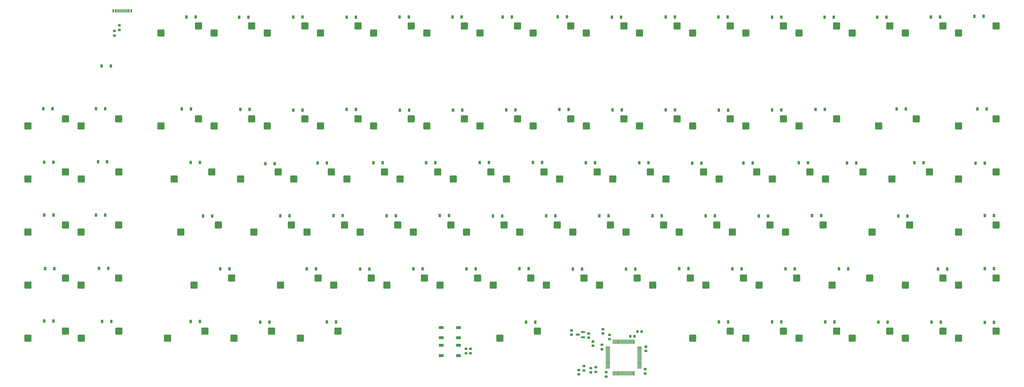
<source format=gbr>
%TF.GenerationSoftware,KiCad,Pcbnew,(6.0.11)*%
%TF.CreationDate,2023-03-27T15:54:23+07:00*%
%TF.ProjectId,Extero75,45787465-726f-4373-952e-6b696361645f,rev?*%
%TF.SameCoordinates,PX28c3da5PYc3ffc7f*%
%TF.FileFunction,Paste,Bot*%
%TF.FilePolarity,Positive*%
%FSLAX46Y46*%
G04 Gerber Fmt 4.6, Leading zero omitted, Abs format (unit mm)*
G04 Created by KiCad (PCBNEW (6.0.11)) date 2023-03-27 15:54:23*
%MOMM*%
%LPD*%
G01*
G04 APERTURE LIST*
G04 Aperture macros list*
%AMRoundRect*
0 Rectangle with rounded corners*
0 $1 Rounding radius*
0 $2 $3 $4 $5 $6 $7 $8 $9 X,Y pos of 4 corners*
0 Add a 4 corners polygon primitive as box body*
4,1,4,$2,$3,$4,$5,$6,$7,$8,$9,$2,$3,0*
0 Add four circle primitives for the rounded corners*
1,1,$1+$1,$2,$3*
1,1,$1+$1,$4,$5*
1,1,$1+$1,$6,$7*
1,1,$1+$1,$8,$9*
0 Add four rect primitives between the rounded corners*
20,1,$1+$1,$2,$3,$4,$5,0*
20,1,$1+$1,$4,$5,$6,$7,0*
20,1,$1+$1,$6,$7,$8,$9,0*
20,1,$1+$1,$8,$9,$2,$3,0*%
G04 Aperture macros list end*
%ADD10RoundRect,0.250000X1.025000X1.000000X-1.025000X1.000000X-1.025000X-1.000000X1.025000X-1.000000X0*%
%ADD11R,0.900000X1.200000*%
%ADD12RoundRect,0.225000X-0.250000X0.225000X-0.250000X-0.225000X0.250000X-0.225000X0.250000X0.225000X0*%
%ADD13RoundRect,0.225000X0.250000X-0.225000X0.250000X0.225000X-0.250000X0.225000X-0.250000X-0.225000X0*%
%ADD14RoundRect,0.200000X-0.275000X0.200000X-0.275000X-0.200000X0.275000X-0.200000X0.275000X0.200000X0*%
%ADD15R,0.600000X1.150000*%
%ADD16R,0.300000X1.150000*%
%ADD17RoundRect,0.225000X0.225000X0.250000X-0.225000X0.250000X-0.225000X-0.250000X0.225000X-0.250000X0*%
%ADD18R,1.800000X1.100000*%
%ADD19RoundRect,0.150000X0.587500X0.150000X-0.587500X0.150000X-0.587500X-0.150000X0.587500X-0.150000X0*%
%ADD20RoundRect,0.075000X-0.075000X0.700000X-0.075000X-0.700000X0.075000X-0.700000X0.075000X0.700000X0*%
%ADD21RoundRect,0.075000X-0.700000X0.075000X-0.700000X-0.075000X0.700000X-0.075000X0.700000X0.075000X0*%
%ADD22RoundRect,0.200000X0.275000X-0.200000X0.275000X0.200000X-0.275000X0.200000X-0.275000X-0.200000X0*%
G04 APERTURE END LIST*
D10*
%TO.C,Num3*%
X106389747Y96214999D03*
X119839747Y98754999D03*
%TD*%
%TO.C,FNKEY1*%
X258789747Y20014999D03*
X272239747Y22554999D03*
%TD*%
%TO.C,F2*%
X87339747Y129552499D03*
X100789747Y132092499D03*
%TD*%
%TO.C,F5*%
X144489747Y129552499D03*
X157939747Y132092499D03*
%TD*%
%TO.C,G1*%
X158777247Y58114999D03*
X172227247Y60654999D03*
%TD*%
D11*
%TO.C,D7*%
X25999747Y102424999D03*
X29299747Y102424999D03*
%TD*%
D10*
%TO.C,EXTRA6*%
X20664747Y96214999D03*
X34114747Y98754999D03*
%TD*%
D11*
%TO.C,D93*%
X344449747Y44974999D03*
X347749747Y44974999D03*
%TD*%
D10*
%TO.C,L1*%
X234977247Y58114999D03*
X248427247Y60654999D03*
%TD*%
D11*
%TO.C,D61*%
X230099747Y102024999D03*
X233399747Y102024999D03*
%TD*%
%TO.C,D5*%
X7399747Y26224999D03*
X10699747Y26224999D03*
%TD*%
D10*
%TO.C,Num7*%
X182589747Y96214999D03*
X196039747Y98754999D03*
%TD*%
%TO.C,MinusSign1*%
X258789747Y96214999D03*
X272239747Y98754999D03*
%TD*%
D12*
%TO.C,C13*%
X204074747Y18854999D03*
X204074747Y17304999D03*
%TD*%
D11*
%TO.C,D55*%
X210799747Y135224999D03*
X214099747Y135224999D03*
%TD*%
D10*
%TO.C,EXTRA8*%
X20664747Y58114999D03*
X34114747Y60654999D03*
%TD*%
D12*
%TO.C,C14*%
X209974747Y21234999D03*
X209974747Y19684999D03*
%TD*%
D10*
%TO.C,K1*%
X215927247Y58114999D03*
X229377247Y60654999D03*
%TD*%
D13*
%TO.C,C4*%
X222994747Y15444999D03*
X222994747Y16994999D03*
%TD*%
D10*
%TO.C,EXTRA9*%
X20664747Y39064999D03*
X34114747Y41604999D03*
%TD*%
%TO.C,I1*%
X211164747Y77164999D03*
X224614747Y79704999D03*
%TD*%
D11*
%TO.C,D56*%
X211099747Y102024999D03*
X214399747Y102024999D03*
%TD*%
%TO.C,D36*%
X139649747Y44924999D03*
X142949747Y44924999D03*
%TD*%
D10*
%TO.C,WINDOWSKEY1*%
X75414747Y20014999D03*
X88864747Y22554999D03*
%TD*%
D12*
%TO.C,C11*%
X203274747Y9294999D03*
X203274747Y7744999D03*
%TD*%
D11*
%TO.C,D9*%
X25999747Y64224999D03*
X29299747Y64224999D03*
%TD*%
%TO.C,D64*%
X244399747Y63974999D03*
X247699747Y63974999D03*
%TD*%
%TO.C,D15*%
X59899747Y83124999D03*
X63199747Y83124999D03*
%TD*%
D10*
%TO.C,Num8*%
X201639747Y96214999D03*
X215089747Y98754999D03*
%TD*%
%TO.C,E1*%
X115914747Y77164999D03*
X129364747Y79704999D03*
%TD*%
%TO.C,Num2*%
X87339747Y96214999D03*
X100789747Y98754999D03*
%TD*%
D11*
%TO.C,D30*%
X115799747Y102124999D03*
X119099747Y102124999D03*
%TD*%
D14*
%TO.C,R5*%
X34349747Y132349999D03*
X34349747Y130699999D03*
%TD*%
D11*
%TO.C,D39*%
X153699747Y135324999D03*
X156999747Y135324999D03*
%TD*%
D10*
%TO.C,Q1*%
X77814747Y77164999D03*
X91264747Y79704999D03*
%TD*%
D13*
%TO.C,C1*%
X160184747Y14654999D03*
X160184747Y16204999D03*
%TD*%
D10*
%TO.C,Jkey1*%
X196877247Y58114999D03*
X210327247Y60654999D03*
%TD*%
%TO.C,EXTRA5*%
X1614747Y20014999D03*
X15064747Y22554999D03*
%TD*%
D11*
%TO.C,D12*%
X58399747Y135324999D03*
X61699747Y135324999D03*
%TD*%
%TO.C,D10*%
X27099747Y45124999D03*
X30399747Y45124999D03*
%TD*%
D10*
%TO.C,U2*%
X192114747Y77164999D03*
X205564747Y79704999D03*
%TD*%
D11*
%TO.C,D33*%
X130149747Y63974999D03*
X133449747Y63974999D03*
%TD*%
D15*
%TO.C,J1*%
X32174747Y137539999D03*
X32974747Y137539999D03*
D16*
X34124747Y137539999D03*
X35124747Y137539999D03*
X35624747Y137539999D03*
X36624747Y137539999D03*
D15*
X37774747Y137539999D03*
X38574747Y137539999D03*
X38574747Y137539999D03*
X37774747Y137539999D03*
D16*
X37124747Y137539999D03*
X36124747Y137539999D03*
X34624747Y137539999D03*
X33624747Y137539999D03*
D15*
X32974747Y137539999D03*
X32174747Y137539999D03*
%TD*%
D10*
%TO.C,T1*%
X154014747Y77164999D03*
X167464747Y79704999D03*
%TD*%
D11*
%TO.C,D35*%
X134899747Y101924999D03*
X138199747Y101924999D03*
%TD*%
D10*
%TO.C,ESC1*%
X49239747Y129552499D03*
X62689747Y132092499D03*
%TD*%
%TO.C,F4*%
X125439747Y129552499D03*
X138889747Y132092499D03*
%TD*%
D11*
%TO.C,D41*%
X158699747Y44924999D03*
X161999747Y44924999D03*
%TD*%
D12*
%TO.C,C2*%
X207584747Y23264999D03*
X207584747Y21714999D03*
%TD*%
D11*
%TO.C,D34*%
X134799747Y135324999D03*
X138099747Y135324999D03*
%TD*%
D10*
%TO.C,EXTRA3*%
X1614747Y58114999D03*
X15064747Y60654999D03*
%TD*%
%TO.C,PRTSC1*%
X315939747Y129552499D03*
X329389747Y132092499D03*
%TD*%
%TO.C,F6*%
X163539747Y129552499D03*
X176989747Y132092499D03*
%TD*%
%TO.C,Num1*%
X68289747Y96214999D03*
X81739747Y98754999D03*
%TD*%
%TO.C,F8*%
X201639747Y129552499D03*
X215089747Y132092499D03*
%TD*%
%TO.C,RIGHTALT1*%
X239739747Y20014999D03*
X253189747Y22554999D03*
%TD*%
D11*
%TO.C,D79*%
X287299747Y25874999D03*
X290599747Y25874999D03*
%TD*%
D10*
%TO.C,EqualSign1*%
X277839747Y96214999D03*
X291289747Y98754999D03*
%TD*%
D13*
%TO.C,C9*%
X222784747Y7364999D03*
X222784747Y8914999D03*
%TD*%
D14*
%TO.C,R6*%
X200824747Y10054999D03*
X200824747Y8404999D03*
%TD*%
D11*
%TO.C,D90*%
X341799747Y102324999D03*
X345099747Y102324999D03*
%TD*%
D10*
%TO.C,M1*%
X206402247Y39064999D03*
X219852247Y41604999D03*
%TD*%
D11*
%TO.C,D48*%
X182499747Y83124999D03*
X185799747Y83124999D03*
%TD*%
%TO.C,D63*%
X239599747Y82824999D03*
X242899747Y82824999D03*
%TD*%
%TO.C,D25*%
X101499747Y44924999D03*
X104799747Y44924999D03*
%TD*%
%TO.C,D53*%
X201499747Y83024999D03*
X204799747Y83024999D03*
%TD*%
%TO.C,D14*%
X59899747Y26024999D03*
X63199747Y26024999D03*
%TD*%
D10*
%TO.C,Dkey1*%
X120677247Y58114999D03*
X134127247Y60654999D03*
%TD*%
D11*
%TO.C,D50*%
X191399747Y135424999D03*
X194699747Y135424999D03*
%TD*%
%TO.C,D47*%
X180099747Y25774999D03*
X183399747Y25774999D03*
%TD*%
%TO.C,D6*%
X31299747Y117724999D03*
X27999747Y117724999D03*
%TD*%
D10*
%TO.C,F7*%
X182589747Y129552499D03*
X196039747Y132092499D03*
%TD*%
D11*
%TO.C,D45*%
X172999747Y102024999D03*
X176299747Y102024999D03*
%TD*%
D10*
%TO.C,A1*%
X82577247Y58114999D03*
X96027247Y60654999D03*
%TD*%
%TO.C,O1*%
X230214747Y77164999D03*
X243664747Y79704999D03*
%TD*%
%TO.C,LEFTCTRL1*%
X51602247Y20014999D03*
X65052247Y22554999D03*
%TD*%
D11*
%TO.C,D28*%
X111049747Y64024999D03*
X114349747Y64024999D03*
%TD*%
D13*
%TO.C,C5*%
X196334747Y21274999D03*
X196334747Y22824999D03*
%TD*%
D11*
%TO.C,D26*%
X105399747Y82924999D03*
X108699747Y82924999D03*
%TD*%
%TO.C,D42*%
X163499747Y83124999D03*
X166799747Y83124999D03*
%TD*%
%TO.C,D62*%
X234899747Y45024999D03*
X238199747Y45024999D03*
%TD*%
D10*
%TO.C,SPACEBAR1*%
X170664747Y20014999D03*
X184114747Y22554999D03*
%TD*%
D11*
%TO.C,D94*%
X340699747Y135624999D03*
X343999747Y135624999D03*
%TD*%
%TO.C,D83*%
X306349747Y25824999D03*
X309649747Y25824999D03*
%TD*%
D10*
%TO.C,P1*%
X249264747Y77164999D03*
X262714747Y79704999D03*
%TD*%
%TO.C,Quote1*%
X273077247Y58114999D03*
X286527247Y60654999D03*
%TD*%
%TO.C,Fkey1*%
X139727247Y58114999D03*
X153177247Y60654999D03*
%TD*%
%TO.C,RIGHTCONTROL1*%
X277839747Y20014999D03*
X291289747Y22554999D03*
%TD*%
%TO.C,F10*%
X239739747Y129552499D03*
X253189747Y132092499D03*
%TD*%
%TO.C,Ckey1*%
X130202247Y39064999D03*
X143652247Y41604999D03*
%TD*%
%TO.C,Ins1*%
X296889747Y129552499D03*
X310339747Y132092499D03*
%TD*%
D11*
%TO.C,D92*%
X344399747Y64024999D03*
X347699747Y64024999D03*
%TD*%
%TO.C,D11*%
X28199747Y26024999D03*
X31499747Y26024999D03*
%TD*%
D10*
%TO.C,N1*%
X187352247Y39064999D03*
X200802247Y41604999D03*
%TD*%
%TO.C,EXTRA2*%
X1614747Y77164999D03*
X15064747Y79704999D03*
%TD*%
D11*
%TO.C,D22*%
X92049747Y63974999D03*
X95349747Y63974999D03*
%TD*%
D12*
%TO.C,C10*%
X198984747Y8624999D03*
X198984747Y7074999D03*
%TD*%
D10*
%TO.C,EXTRA4*%
X1614747Y39064999D03*
X15064747Y41604999D03*
%TD*%
%TO.C,LEFTALT1*%
X99227247Y20014999D03*
X112677247Y22554999D03*
%TD*%
D11*
%TO.C,D19*%
X77699747Y102124999D03*
X80999747Y102124999D03*
%TD*%
%TO.C,D54*%
X206299747Y63974999D03*
X209599747Y63974999D03*
%TD*%
%TO.C,D91*%
X341099747Y82824999D03*
X344399747Y82824999D03*
%TD*%
D10*
%TO.C,LEFTARROW1*%
X296889747Y20014999D03*
X310339747Y22554999D03*
%TD*%
%TO.C,CloseBracket1*%
X287364747Y77164999D03*
X300814747Y79704999D03*
%TD*%
%TO.C,Num9*%
X220689747Y96214999D03*
X234139747Y98754999D03*
%TD*%
%TO.C,F9*%
X220689747Y129552499D03*
X234139747Y132092499D03*
%TD*%
D11*
%TO.C,D71*%
X268199747Y135224999D03*
X271499747Y135224999D03*
%TD*%
D10*
%TO.C,X1*%
X111152247Y39064999D03*
X124602247Y41604999D03*
%TD*%
%TO.C,Num6*%
X163539747Y96214999D03*
X176989747Y98754999D03*
%TD*%
%TO.C,Num5*%
X144489747Y96214999D03*
X157939747Y98754999D03*
%TD*%
D11*
%TO.C,D76*%
X282549747Y64074999D03*
X285849747Y64074999D03*
%TD*%
D10*
%TO.C,Slash1*%
X311177247Y77164999D03*
X324627247Y79704999D03*
%TD*%
D11*
%TO.C,D72*%
X268199747Y102024999D03*
X271499747Y102024999D03*
%TD*%
%TO.C,D73*%
X268249747Y25874999D03*
X271549747Y25874999D03*
%TD*%
D12*
%TO.C,C6*%
X207214747Y17644999D03*
X207214747Y16094999D03*
%TD*%
D10*
%TO.C,Num0*%
X239739747Y96214999D03*
X253189747Y98754999D03*
%TD*%
%TO.C,B1*%
X168302247Y39064999D03*
X181752247Y41604999D03*
%TD*%
D11*
%TO.C,D13*%
X56699747Y102324999D03*
X59999747Y102324999D03*
%TD*%
%TO.C,D16*%
X64299747Y63924999D03*
X67599747Y63924999D03*
%TD*%
%TO.C,D31*%
X120599747Y44874999D03*
X123899747Y44874999D03*
%TD*%
%TO.C,D21*%
X86699747Y82724999D03*
X89999747Y82724999D03*
%TD*%
%TO.C,D95*%
X344449747Y25724999D03*
X347749747Y25724999D03*
%TD*%
D10*
%TO.C,Z1*%
X92102247Y39064999D03*
X105552247Y41604999D03*
%TD*%
%TO.C,DOWNARROW1*%
X315939747Y20014999D03*
X329389747Y22554999D03*
%TD*%
%TO.C,PgUp1*%
X334989747Y58114999D03*
X348439747Y60654999D03*
%TD*%
%TO.C,Backspace1*%
X306414747Y96214999D03*
X319864747Y98754999D03*
%TD*%
%TO.C,QuestionMark1*%
X263552247Y39064999D03*
X277002247Y41604999D03*
%TD*%
D17*
%TO.C,C7*%
X218954747Y20709999D03*
X217404747Y20709999D03*
%TD*%
D11*
%TO.C,D82*%
X305899747Y135224999D03*
X309199747Y135224999D03*
%TD*%
D10*
%TO.C,RIGHTARROW1*%
X334989747Y20014999D03*
X348439747Y22554999D03*
%TD*%
D11*
%TO.C,D88*%
X325399747Y25824999D03*
X328699747Y25824999D03*
%TD*%
%TO.C,D66*%
X249199747Y101924999D03*
X252499747Y101924999D03*
%TD*%
%TO.C,D23*%
X96699747Y135324999D03*
X99999747Y135324999D03*
%TD*%
%TO.C,D75*%
X277799747Y83024999D03*
X281099747Y83024999D03*
%TD*%
%TO.C,D77*%
X286999747Y135224999D03*
X290299747Y135224999D03*
%TD*%
D18*
%TO.C,SW2*%
X155849747Y23874999D03*
X149649747Y23874999D03*
X149649747Y20174999D03*
X155849747Y20174999D03*
%TD*%
D11*
%TO.C,D43*%
X168199747Y63924999D03*
X171499747Y63924999D03*
%TD*%
D10*
%TO.C,Tab1*%
X54002247Y77164999D03*
X67452247Y79704999D03*
%TD*%
%TO.C,Semicolon1*%
X254027247Y58114999D03*
X267477247Y60654999D03*
%TD*%
%TO.C,V1*%
X149252247Y39064999D03*
X162702247Y41604999D03*
%TD*%
D18*
%TO.C,SW1*%
X155849747Y17474999D03*
X149649747Y17474999D03*
X149649747Y13774999D03*
X155849747Y13774999D03*
%TD*%
D19*
%TO.C,U3*%
X200487247Y22274999D03*
X200487247Y20374999D03*
X198612247Y21324999D03*
%TD*%
D14*
%TO.C,R4*%
X32564747Y130319999D03*
X32564747Y128669999D03*
%TD*%
D10*
%TO.C,End1*%
X334989747Y77164999D03*
X348439747Y79704999D03*
%TD*%
D11*
%TO.C,D89*%
X325099747Y135324999D03*
X328399747Y135324999D03*
%TD*%
D10*
%TO.C,Matilda1*%
X49239747Y96214999D03*
X62689747Y98754999D03*
%TD*%
D11*
%TO.C,D29*%
X115799747Y135224999D03*
X119099747Y135224999D03*
%TD*%
D10*
%TO.C,PgDn1*%
X334989747Y39064999D03*
X348439747Y41604999D03*
%TD*%
D11*
%TO.C,D2*%
X7399747Y83224999D03*
X10699747Y83224999D03*
%TD*%
%TO.C,D17*%
X70549747Y44924999D03*
X73849747Y44924999D03*
%TD*%
D10*
%TO.C,ENTER1*%
X304014747Y58114999D03*
X317464747Y60654999D03*
%TD*%
D11*
%TO.C,D37*%
X144299747Y83024999D03*
X147599747Y83024999D03*
%TD*%
D17*
%TO.C,C12*%
X221509747Y22389999D03*
X219959747Y22389999D03*
%TD*%
D11*
%TO.C,D84*%
X312799747Y102324999D03*
X316099747Y102324999D03*
%TD*%
%TO.C,D80*%
X295024747Y82939999D03*
X298324747Y82939999D03*
%TD*%
D10*
%TO.C,F12*%
X277839747Y129552499D03*
X291289747Y132092499D03*
%TD*%
D11*
%TO.C,D20*%
X84849747Y25824999D03*
X88149747Y25824999D03*
%TD*%
%TO.C,D32*%
X125399747Y83024999D03*
X128699747Y83024999D03*
%TD*%
%TO.C,D69*%
X257999747Y82924999D03*
X261299747Y82924999D03*
%TD*%
D10*
%TO.C,OpenBracket1*%
X268314747Y77164999D03*
X281764747Y79704999D03*
%TD*%
D14*
%TO.C,R7*%
X205089747Y9609999D03*
X205089747Y7959999D03*
%TD*%
D10*
%TO.C,EXTRA7*%
X20714741Y77164999D03*
X34164741Y79704999D03*
%TD*%
D11*
%TO.C,D18*%
X77299747Y135224999D03*
X80599747Y135224999D03*
%TD*%
%TO.C,D74*%
X272999747Y44924999D03*
X276299747Y44924999D03*
%TD*%
%TO.C,D57*%
X215849747Y44824999D03*
X219149747Y44824999D03*
%TD*%
%TO.C,D70*%
X263449747Y63924999D03*
X266749747Y63924999D03*
%TD*%
D10*
%TO.C,LEFTSHIFT1*%
X61127247Y39064999D03*
X74577247Y41604999D03*
%TD*%
D11*
%TO.C,D85*%
X313449747Y63924999D03*
X316749747Y63924999D03*
%TD*%
D10*
%TO.C,R1*%
X134964747Y77164999D03*
X148414747Y79704999D03*
%TD*%
D11*
%TO.C,D1*%
X7099747Y102424999D03*
X10399747Y102424999D03*
%TD*%
D10*
%TO.C,Hkey1*%
X177827247Y58114999D03*
X191277247Y60654999D03*
%TD*%
D11*
%TO.C,D78*%
X283799747Y102124999D03*
X287099747Y102124999D03*
%TD*%
D10*
%TO.C,CAPSLOCK1*%
X56364747Y58114999D03*
X69814747Y60654999D03*
%TD*%
D11*
%TO.C,D60*%
X230099747Y135324999D03*
X233399747Y135324999D03*
%TD*%
%TO.C,D3*%
X7399747Y64199999D03*
X10699747Y64199999D03*
%TD*%
%TO.C,D49*%
X187249747Y63974999D03*
X190549747Y63974999D03*
%TD*%
D20*
%TO.C,U1*%
X211299747Y18774999D03*
X211799747Y18774999D03*
X212299747Y18774999D03*
X212799747Y18774999D03*
X213299747Y18774999D03*
X213799747Y18774999D03*
X214299747Y18774999D03*
X214799747Y18774999D03*
X215299747Y18774999D03*
X215799747Y18774999D03*
X216299747Y18774999D03*
X216799747Y18774999D03*
X217299747Y18774999D03*
X217799747Y18774999D03*
X218299747Y18774999D03*
X218799747Y18774999D03*
D21*
X220724747Y16849999D03*
X220724747Y16349999D03*
X220724747Y15849999D03*
X220724747Y15349999D03*
X220724747Y14849999D03*
X220724747Y14349999D03*
X220724747Y13849999D03*
X220724747Y13349999D03*
X220724747Y12849999D03*
X220724747Y12349999D03*
X220724747Y11849999D03*
X220724747Y11349999D03*
X220724747Y10849999D03*
X220724747Y10349999D03*
X220724747Y9849999D03*
X220724747Y9349999D03*
D20*
X218799747Y7424999D03*
X218299747Y7424999D03*
X217799747Y7424999D03*
X217299747Y7424999D03*
X216799747Y7424999D03*
X216299747Y7424999D03*
X215799747Y7424999D03*
X215299747Y7424999D03*
X214799747Y7424999D03*
X214299747Y7424999D03*
X213799747Y7424999D03*
X213299747Y7424999D03*
X212799747Y7424999D03*
X212299747Y7424999D03*
X211799747Y7424999D03*
X211299747Y7424999D03*
D21*
X209374747Y9349999D03*
X209374747Y9849999D03*
X209374747Y10349999D03*
X209374747Y10849999D03*
X209374747Y11349999D03*
X209374747Y11849999D03*
X209374747Y12349999D03*
X209374747Y12849999D03*
X209374747Y13349999D03*
X209374747Y13849999D03*
X209374747Y14349999D03*
X209374747Y14849999D03*
X209374747Y15349999D03*
X209374747Y15849999D03*
X209374747Y16349999D03*
X209374747Y16849999D03*
%TD*%
D13*
%TO.C,C8*%
X202474747Y20174999D03*
X202474747Y21724999D03*
%TD*%
D11*
%TO.C,D44*%
X171699747Y135324999D03*
X174999747Y135324999D03*
%TD*%
D10*
%TO.C,S1*%
X101627247Y58114999D03*
X115077247Y60654999D03*
%TD*%
D22*
%TO.C,R3*%
X158549747Y14599999D03*
X158549747Y16249999D03*
%TD*%
D11*
%TO.C,D51*%
X191999747Y102124999D03*
X195299747Y102124999D03*
%TD*%
D10*
%TO.C,Y1*%
X173064747Y77164999D03*
X186514747Y79704999D03*
%TD*%
D11*
%TO.C,D58*%
X220599747Y83024999D03*
X223899747Y83024999D03*
%TD*%
D10*
%TO.C,F3*%
X106389747Y129552499D03*
X119839747Y132092499D03*
%TD*%
D11*
%TO.C,D38*%
X149149747Y64024999D03*
X152449747Y64024999D03*
%TD*%
%TO.C,D65*%
X248999747Y135324999D03*
X252299747Y135324999D03*
%TD*%
D12*
%TO.C,C3*%
X208774747Y7814999D03*
X208774747Y6264999D03*
%TD*%
D10*
%TO.C,CommaSign1*%
X225452247Y39064999D03*
X238902247Y41604999D03*
%TD*%
D11*
%TO.C,D67*%
X249199747Y25874999D03*
X252499747Y25874999D03*
%TD*%
%TO.C,D81*%
X292154747Y44939999D03*
X295454747Y44939999D03*
%TD*%
%TO.C,D8*%
X26699747Y83324999D03*
X29999747Y83324999D03*
%TD*%
D10*
%TO.C,W1*%
X96864747Y77164999D03*
X110314747Y79704999D03*
%TD*%
D11*
%TO.C,D86*%
X319164747Y83049999D03*
X322464747Y83049999D03*
%TD*%
D10*
%TO.C,DELETE1*%
X334989747Y129552499D03*
X348439747Y132092499D03*
%TD*%
%TO.C,Num4*%
X125439747Y96214999D03*
X138889747Y98754999D03*
%TD*%
%TO.C,UPARROW1*%
X315939747Y39064999D03*
X329389747Y41604999D03*
%TD*%
D11*
%TO.C,D87*%
X327664747Y44829999D03*
X330964747Y44829999D03*
%TD*%
%TO.C,D68*%
X253949747Y44924999D03*
X257249747Y44924999D03*
%TD*%
%TO.C,D4*%
X7799747Y45024999D03*
X11099747Y45024999D03*
%TD*%
D10*
%TO.C,EXTRA10*%
X20714741Y20014999D03*
X34164741Y22554999D03*
%TD*%
%TO.C,DotSign1*%
X244502247Y39064999D03*
X257952247Y41604999D03*
%TD*%
%TO.C,RIGHTSHIFT1*%
X289727247Y39064999D03*
X303177247Y41604999D03*
%TD*%
D11*
%TO.C,D40*%
X153899747Y101924999D03*
X157199747Y101924999D03*
%TD*%
%TO.C,D27*%
X108699747Y25874999D03*
X111999747Y25874999D03*
%TD*%
D10*
%TO.C,F1*%
X68289747Y129552499D03*
X81739747Y132092499D03*
%TD*%
D11*
%TO.C,D52*%
X196799747Y44874999D03*
X200099747Y44874999D03*
%TD*%
D10*
%TO.C,F11*%
X258789747Y129552499D03*
X272239747Y132092499D03*
%TD*%
D11*
%TO.C,D59*%
X225349747Y63974999D03*
X228649747Y63974999D03*
%TD*%
D10*
%TO.C,Home1*%
X334989747Y96214999D03*
X348439747Y98754999D03*
%TD*%
D11*
%TO.C,D46*%
X177699747Y44974999D03*
X180999747Y44974999D03*
%TD*%
D10*
%TO.C,EXTRA1*%
X1614747Y96214999D03*
X15064747Y98754999D03*
%TD*%
D11*
%TO.C,D24*%
X96699747Y101924999D03*
X99999747Y101924999D03*
%TD*%
M02*

</source>
